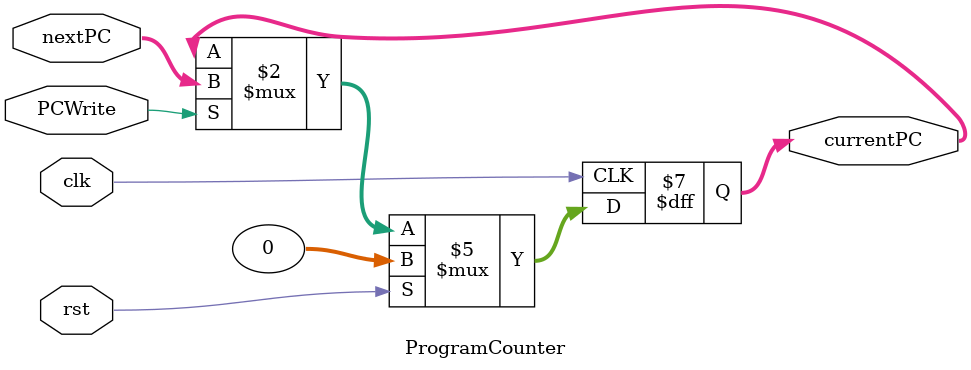
<source format=v>
module ProgramCounter (
    input wire clk,                // Clock do sistema
    input wire rst,                // Reset síncrono (ativa o PC para 0)
    input wire PCWrite,            // Habilita escrita no PC
    input wire [31:0] nextPC,      // Próximo valor do PC
    output reg [31:0] currentPC    // Valor atual do PC
);

    // Lógica de atualização do PC
    always @(posedge clk) begin
        if (rst) begin
            currentPC <= 32'b0;     // Reseta o PC para 0 (endereço inicial)
        end 
        else if (PCWrite) begin
            currentPC <= nextPC;    // Atualiza o PC com o próximo valor se PCWrite estiver ativo
        end
    end

endmodule
</source>
